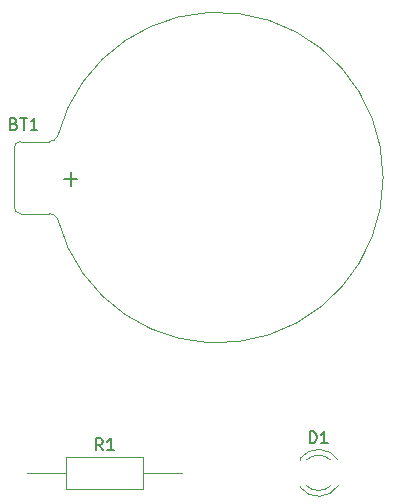
<source format=gbr>
%TF.GenerationSoftware,KiCad,Pcbnew,8.0.2-1*%
%TF.CreationDate,2024-05-29T18:24:22-05:00*%
%TF.ProjectId,circuit,63697263-7569-4742-9e6b-696361645f70,rev?*%
%TF.SameCoordinates,Original*%
%TF.FileFunction,Legend,Top*%
%TF.FilePolarity,Positive*%
%FSLAX46Y46*%
G04 Gerber Fmt 4.6, Leading zero omitted, Abs format (unit mm)*
G04 Created by KiCad (PCBNEW 8.0.2-1) date 2024-05-29 18:24:22*
%MOMM*%
%LPD*%
G01*
G04 APERTURE LIST*
%ADD10C,0.150000*%
%ADD11C,0.120000*%
G04 APERTURE END LIST*
D10*
X126453333Y-102084819D02*
X126120000Y-101608628D01*
X125881905Y-102084819D02*
X125881905Y-101084819D01*
X125881905Y-101084819D02*
X126262857Y-101084819D01*
X126262857Y-101084819D02*
X126358095Y-101132438D01*
X126358095Y-101132438D02*
X126405714Y-101180057D01*
X126405714Y-101180057D02*
X126453333Y-101275295D01*
X126453333Y-101275295D02*
X126453333Y-101418152D01*
X126453333Y-101418152D02*
X126405714Y-101513390D01*
X126405714Y-101513390D02*
X126358095Y-101561009D01*
X126358095Y-101561009D02*
X126262857Y-101608628D01*
X126262857Y-101608628D02*
X125881905Y-101608628D01*
X127405714Y-102084819D02*
X126834286Y-102084819D01*
X127120000Y-102084819D02*
X127120000Y-101084819D01*
X127120000Y-101084819D02*
X127024762Y-101227676D01*
X127024762Y-101227676D02*
X126929524Y-101322914D01*
X126929524Y-101322914D02*
X126834286Y-101370533D01*
X143991905Y-101494819D02*
X143991905Y-100494819D01*
X143991905Y-100494819D02*
X144230000Y-100494819D01*
X144230000Y-100494819D02*
X144372857Y-100542438D01*
X144372857Y-100542438D02*
X144468095Y-100637676D01*
X144468095Y-100637676D02*
X144515714Y-100732914D01*
X144515714Y-100732914D02*
X144563333Y-100923390D01*
X144563333Y-100923390D02*
X144563333Y-101066247D01*
X144563333Y-101066247D02*
X144515714Y-101256723D01*
X144515714Y-101256723D02*
X144468095Y-101351961D01*
X144468095Y-101351961D02*
X144372857Y-101447200D01*
X144372857Y-101447200D02*
X144230000Y-101494819D01*
X144230000Y-101494819D02*
X143991905Y-101494819D01*
X145515714Y-101494819D02*
X144944286Y-101494819D01*
X145230000Y-101494819D02*
X145230000Y-100494819D01*
X145230000Y-100494819D02*
X145134762Y-100637676D01*
X145134762Y-100637676D02*
X145039524Y-100732914D01*
X145039524Y-100732914D02*
X144944286Y-100780533D01*
X118964285Y-74431009D02*
X119107142Y-74478628D01*
X119107142Y-74478628D02*
X119154761Y-74526247D01*
X119154761Y-74526247D02*
X119202380Y-74621485D01*
X119202380Y-74621485D02*
X119202380Y-74764342D01*
X119202380Y-74764342D02*
X119154761Y-74859580D01*
X119154761Y-74859580D02*
X119107142Y-74907200D01*
X119107142Y-74907200D02*
X119011904Y-74954819D01*
X119011904Y-74954819D02*
X118630952Y-74954819D01*
X118630952Y-74954819D02*
X118630952Y-73954819D01*
X118630952Y-73954819D02*
X118964285Y-73954819D01*
X118964285Y-73954819D02*
X119059523Y-74002438D01*
X119059523Y-74002438D02*
X119107142Y-74050057D01*
X119107142Y-74050057D02*
X119154761Y-74145295D01*
X119154761Y-74145295D02*
X119154761Y-74240533D01*
X119154761Y-74240533D02*
X119107142Y-74335771D01*
X119107142Y-74335771D02*
X119059523Y-74383390D01*
X119059523Y-74383390D02*
X118964285Y-74431009D01*
X118964285Y-74431009D02*
X118630952Y-74431009D01*
X119488095Y-73954819D02*
X120059523Y-73954819D01*
X119773809Y-74954819D02*
X119773809Y-73954819D01*
X120916666Y-74954819D02*
X120345238Y-74954819D01*
X120630952Y-74954819D02*
X120630952Y-73954819D01*
X120630952Y-73954819D02*
X120535714Y-74097676D01*
X120535714Y-74097676D02*
X120440476Y-74192914D01*
X120440476Y-74192914D02*
X120345238Y-74240533D01*
X123178571Y-79114700D02*
X124321429Y-79114700D01*
X123750000Y-79686128D02*
X123750000Y-78543271D01*
D11*
%TO.C,R1*%
X120040000Y-104000000D02*
X123350000Y-104000000D01*
X123350000Y-102630000D02*
X123350000Y-105370000D01*
X123350000Y-105370000D02*
X129890000Y-105370000D01*
X129890000Y-102630000D02*
X123350000Y-102630000D01*
X129890000Y-105370000D02*
X129890000Y-102630000D01*
X133200000Y-104000000D02*
X129890000Y-104000000D01*
%TO.C,D1*%
X143170000Y-102764000D02*
X143170000Y-102920000D01*
X143170000Y-105080000D02*
X143170000Y-105236000D01*
X143170000Y-102764484D02*
G75*
G02*
X146402335Y-102921392I1560000J-1235516D01*
G01*
X143689039Y-102920000D02*
G75*
G02*
X145771130Y-102920163I1040961J-1080000D01*
G01*
X145771130Y-105079837D02*
G75*
G02*
X143689039Y-105080000I-1041130J1079837D01*
G01*
X146402335Y-105078608D02*
G75*
G02*
X143170000Y-105235516I-1672335J1078608D01*
G01*
%TO.C,BT1*%
X118950000Y-76500000D02*
X118950000Y-81500000D01*
X119500000Y-82050000D02*
X121950000Y-82050000D01*
X121950000Y-75950000D02*
X119500000Y-75950000D01*
X118950000Y-76500000D02*
G75*
G02*
X119500000Y-75950000I549999J1D01*
G01*
X119500000Y-82050000D02*
G75*
G02*
X118950000Y-81500000I-1J549999D01*
G01*
X121950000Y-82050000D02*
G75*
G02*
X122649996Y-82520002I0J-756270D01*
G01*
X122650000Y-75480000D02*
G75*
G02*
X121950000Y-75949998I-700000J286280D01*
G01*
X122650000Y-75480000D02*
G75*
G02*
X150200000Y-79000000I13550125J-3520031D01*
G01*
X150200000Y-79000000D02*
G75*
G02*
X122650000Y-82520000I-13999875J30D01*
G01*
%TD*%
M02*

</source>
